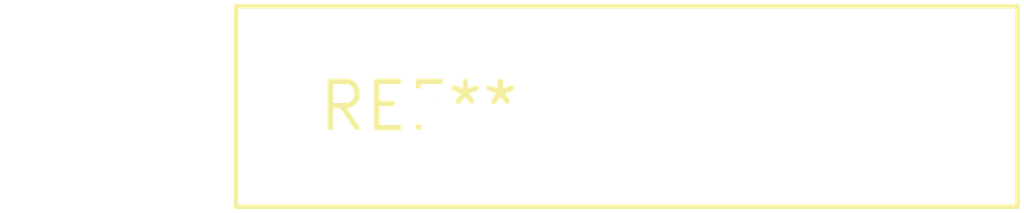
<source format=kicad_pcb>
(kicad_pcb (version 20240108) (generator pcbnew)
  (layers (0 "F.Cu" signal) (31 "B.Cu" signal) (34 "B.Paste" user) (35 "F.Paste" user) (36 "B.SilkS" user "B.Silkscreen") (37 "F.SilkS" user "F.Silkscreen") (38 "B.Mask" user) (39 "F.Mask" user) (44 "Edge.Cuts" user))
  (net 0 "")
  (footprint "Fuse_Littelfuse-LVR125" (layer "F.Cu") (at 0 0)
    (property "Reference" "REF**")
    (property "Value" "Fuse_Littelfuse-LVR125")
    (fp_line (start -5 -2.75) (end -5 2.75) (layer "F.SilkS") (stroke (width 0.12)))
    (fp_line (start -5 -2.75) (end 16.4 -2.75) (layer "F.SilkS") (stroke (width 0.12)))
    (fp_line (start 16.4 2.75) (end -5 2.75) (layer "F.SilkS") (stroke (width 0.12)))
    (fp_line (start 16.4 2.75) (end 16.4 -2.75) (layer "F.SilkS") (stroke (width 0.12)))
    (pad "1" thru_hole circle (at 0 0) (size 2 2) (drill 1) (layers *.Cu *.Mask) (remove_unused_layers))
    (pad "2" thru_hole circle (at 11.4 0) (size 2 2) (drill 1) (layers *.Cu *.Mask) (remove_unused_layers))
  )
)
</source>
